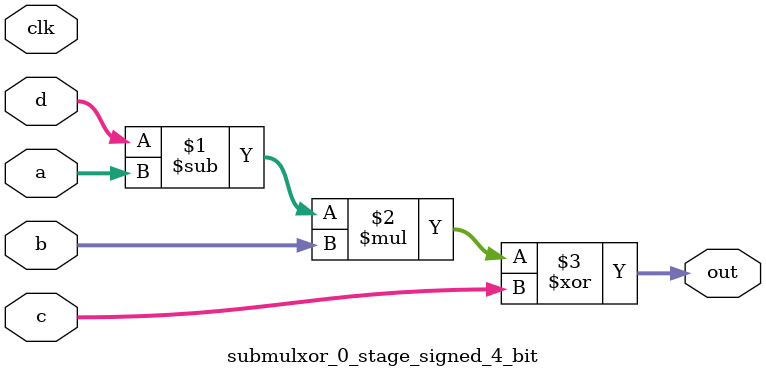
<source format=sv>
(* use_dsp = "yes" *) module submulxor_0_stage_signed_4_bit(
	input signed [3:0] a,
	input signed [3:0] b,
	input signed [3:0] c,
	input signed [3:0] d,
	output [3:0] out,
	input clk);

	assign out = ((d - a) * b) ^ c;
endmodule

</source>
